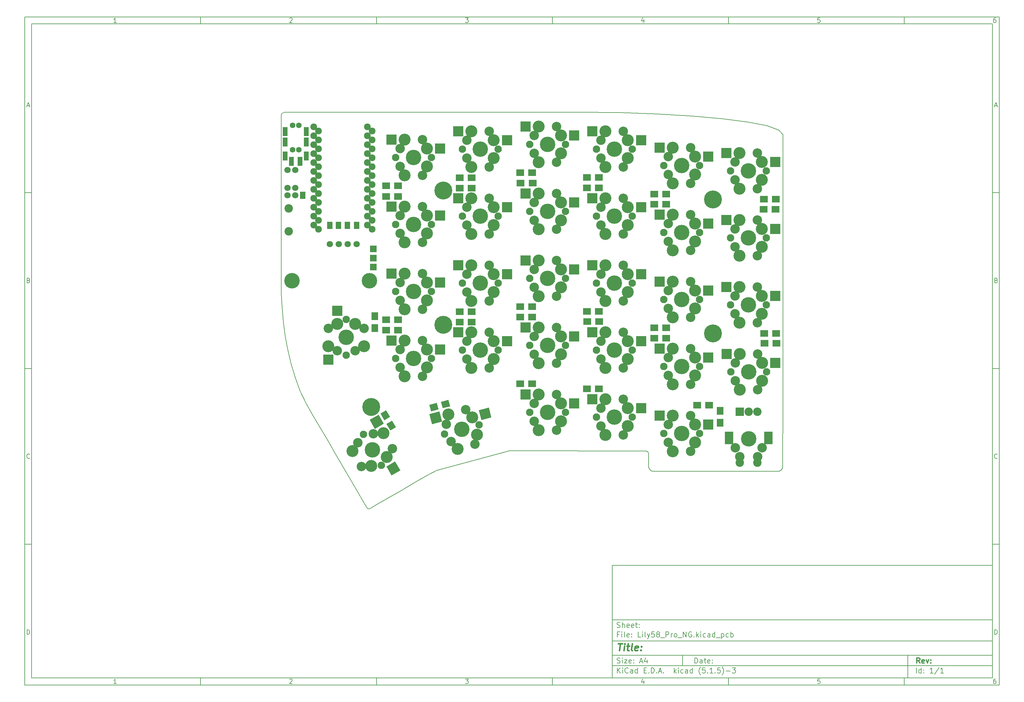
<source format=gts>
G04 #@! TF.GenerationSoftware,KiCad,Pcbnew,(5.1.5)-3*
G04 #@! TF.CreationDate,2020-05-17T20:16:22+04:00*
G04 #@! TF.ProjectId,Lily58_Pro_NG,4c696c79-3538-45f5-9072-6f5f4e472e6b,rev?*
G04 #@! TF.SameCoordinates,Original*
G04 #@! TF.FileFunction,Soldermask,Top*
G04 #@! TF.FilePolarity,Negative*
%FSLAX46Y46*%
G04 Gerber Fmt 4.6, Leading zero omitted, Abs format (unit mm)*
G04 Created by KiCad (PCBNEW (5.1.5)-3) date 2020-05-17 20:16:22*
%MOMM*%
%LPD*%
G04 APERTURE LIST*
%ADD10C,0.100000*%
%ADD11C,0.150000*%
%ADD12C,0.300000*%
%ADD13C,0.400000*%
%ADD14C,0.200000*%
%ADD15R,2.400000X2.400000*%
%ADD16C,2.400000*%
%ADD17R,2.400000X3.600000*%
%ADD18C,2.686000*%
%ADD19C,4.387800*%
%ADD20C,2.101800*%
%ADD21R,2.950000X2.900000*%
%ADD22C,3.400000*%
%ADD23R,2.900000X2.950000*%
%ADD24R,0.781000X0.781000*%
%ADD25R,1.543000X1.035000*%
%ADD26C,4.400000*%
%ADD27R,2.200000X1.900000*%
%ADD28R,1.900000X2.200000*%
%ADD29R,1.924000X1.924000*%
%ADD30C,1.600000*%
%ADD31R,1.400000X2.500000*%
%ADD32C,1.797000*%
%ADD33C,5.100400*%
%ADD34C,1.924000*%
G04 APERTURE END LIST*
D10*
D11*
X177002200Y-166007200D02*
X177002200Y-198007200D01*
X285002200Y-198007200D01*
X285002200Y-166007200D01*
X177002200Y-166007200D01*
D10*
D11*
X10000000Y-10000000D02*
X10000000Y-200007200D01*
X287002200Y-200007200D01*
X287002200Y-10000000D01*
X10000000Y-10000000D01*
D10*
D11*
X12000000Y-12000000D02*
X12000000Y-198007200D01*
X285002200Y-198007200D01*
X285002200Y-12000000D01*
X12000000Y-12000000D01*
D10*
D11*
X60000000Y-12000000D02*
X60000000Y-10000000D01*
D10*
D11*
X110000000Y-12000000D02*
X110000000Y-10000000D01*
D10*
D11*
X160000000Y-12000000D02*
X160000000Y-10000000D01*
D10*
D11*
X210000000Y-12000000D02*
X210000000Y-10000000D01*
D10*
D11*
X260000000Y-12000000D02*
X260000000Y-10000000D01*
D10*
D11*
X36065476Y-11588095D02*
X35322619Y-11588095D01*
X35694047Y-11588095D02*
X35694047Y-10288095D01*
X35570238Y-10473809D01*
X35446428Y-10597619D01*
X35322619Y-10659523D01*
D10*
D11*
X85322619Y-10411904D02*
X85384523Y-10350000D01*
X85508333Y-10288095D01*
X85817857Y-10288095D01*
X85941666Y-10350000D01*
X86003571Y-10411904D01*
X86065476Y-10535714D01*
X86065476Y-10659523D01*
X86003571Y-10845238D01*
X85260714Y-11588095D01*
X86065476Y-11588095D01*
D10*
D11*
X135260714Y-10288095D02*
X136065476Y-10288095D01*
X135632142Y-10783333D01*
X135817857Y-10783333D01*
X135941666Y-10845238D01*
X136003571Y-10907142D01*
X136065476Y-11030952D01*
X136065476Y-11340476D01*
X136003571Y-11464285D01*
X135941666Y-11526190D01*
X135817857Y-11588095D01*
X135446428Y-11588095D01*
X135322619Y-11526190D01*
X135260714Y-11464285D01*
D10*
D11*
X185941666Y-10721428D02*
X185941666Y-11588095D01*
X185632142Y-10226190D02*
X185322619Y-11154761D01*
X186127380Y-11154761D01*
D10*
D11*
X236003571Y-10288095D02*
X235384523Y-10288095D01*
X235322619Y-10907142D01*
X235384523Y-10845238D01*
X235508333Y-10783333D01*
X235817857Y-10783333D01*
X235941666Y-10845238D01*
X236003571Y-10907142D01*
X236065476Y-11030952D01*
X236065476Y-11340476D01*
X236003571Y-11464285D01*
X235941666Y-11526190D01*
X235817857Y-11588095D01*
X235508333Y-11588095D01*
X235384523Y-11526190D01*
X235322619Y-11464285D01*
D10*
D11*
X285941666Y-10288095D02*
X285694047Y-10288095D01*
X285570238Y-10350000D01*
X285508333Y-10411904D01*
X285384523Y-10597619D01*
X285322619Y-10845238D01*
X285322619Y-11340476D01*
X285384523Y-11464285D01*
X285446428Y-11526190D01*
X285570238Y-11588095D01*
X285817857Y-11588095D01*
X285941666Y-11526190D01*
X286003571Y-11464285D01*
X286065476Y-11340476D01*
X286065476Y-11030952D01*
X286003571Y-10907142D01*
X285941666Y-10845238D01*
X285817857Y-10783333D01*
X285570238Y-10783333D01*
X285446428Y-10845238D01*
X285384523Y-10907142D01*
X285322619Y-11030952D01*
D10*
D11*
X60000000Y-198007200D02*
X60000000Y-200007200D01*
D10*
D11*
X110000000Y-198007200D02*
X110000000Y-200007200D01*
D10*
D11*
X160000000Y-198007200D02*
X160000000Y-200007200D01*
D10*
D11*
X210000000Y-198007200D02*
X210000000Y-200007200D01*
D10*
D11*
X260000000Y-198007200D02*
X260000000Y-200007200D01*
D10*
D11*
X36065476Y-199595295D02*
X35322619Y-199595295D01*
X35694047Y-199595295D02*
X35694047Y-198295295D01*
X35570238Y-198481009D01*
X35446428Y-198604819D01*
X35322619Y-198666723D01*
D10*
D11*
X85322619Y-198419104D02*
X85384523Y-198357200D01*
X85508333Y-198295295D01*
X85817857Y-198295295D01*
X85941666Y-198357200D01*
X86003571Y-198419104D01*
X86065476Y-198542914D01*
X86065476Y-198666723D01*
X86003571Y-198852438D01*
X85260714Y-199595295D01*
X86065476Y-199595295D01*
D10*
D11*
X135260714Y-198295295D02*
X136065476Y-198295295D01*
X135632142Y-198790533D01*
X135817857Y-198790533D01*
X135941666Y-198852438D01*
X136003571Y-198914342D01*
X136065476Y-199038152D01*
X136065476Y-199347676D01*
X136003571Y-199471485D01*
X135941666Y-199533390D01*
X135817857Y-199595295D01*
X135446428Y-199595295D01*
X135322619Y-199533390D01*
X135260714Y-199471485D01*
D10*
D11*
X185941666Y-198728628D02*
X185941666Y-199595295D01*
X185632142Y-198233390D02*
X185322619Y-199161961D01*
X186127380Y-199161961D01*
D10*
D11*
X236003571Y-198295295D02*
X235384523Y-198295295D01*
X235322619Y-198914342D01*
X235384523Y-198852438D01*
X235508333Y-198790533D01*
X235817857Y-198790533D01*
X235941666Y-198852438D01*
X236003571Y-198914342D01*
X236065476Y-199038152D01*
X236065476Y-199347676D01*
X236003571Y-199471485D01*
X235941666Y-199533390D01*
X235817857Y-199595295D01*
X235508333Y-199595295D01*
X235384523Y-199533390D01*
X235322619Y-199471485D01*
D10*
D11*
X285941666Y-198295295D02*
X285694047Y-198295295D01*
X285570238Y-198357200D01*
X285508333Y-198419104D01*
X285384523Y-198604819D01*
X285322619Y-198852438D01*
X285322619Y-199347676D01*
X285384523Y-199471485D01*
X285446428Y-199533390D01*
X285570238Y-199595295D01*
X285817857Y-199595295D01*
X285941666Y-199533390D01*
X286003571Y-199471485D01*
X286065476Y-199347676D01*
X286065476Y-199038152D01*
X286003571Y-198914342D01*
X285941666Y-198852438D01*
X285817857Y-198790533D01*
X285570238Y-198790533D01*
X285446428Y-198852438D01*
X285384523Y-198914342D01*
X285322619Y-199038152D01*
D10*
D11*
X10000000Y-60000000D02*
X12000000Y-60000000D01*
D10*
D11*
X10000000Y-110000000D02*
X12000000Y-110000000D01*
D10*
D11*
X10000000Y-160000000D02*
X12000000Y-160000000D01*
D10*
D11*
X10690476Y-35216666D02*
X11309523Y-35216666D01*
X10566666Y-35588095D02*
X11000000Y-34288095D01*
X11433333Y-35588095D01*
D10*
D11*
X11092857Y-84907142D02*
X11278571Y-84969047D01*
X11340476Y-85030952D01*
X11402380Y-85154761D01*
X11402380Y-85340476D01*
X11340476Y-85464285D01*
X11278571Y-85526190D01*
X11154761Y-85588095D01*
X10659523Y-85588095D01*
X10659523Y-84288095D01*
X11092857Y-84288095D01*
X11216666Y-84350000D01*
X11278571Y-84411904D01*
X11340476Y-84535714D01*
X11340476Y-84659523D01*
X11278571Y-84783333D01*
X11216666Y-84845238D01*
X11092857Y-84907142D01*
X10659523Y-84907142D01*
D10*
D11*
X11402380Y-135464285D02*
X11340476Y-135526190D01*
X11154761Y-135588095D01*
X11030952Y-135588095D01*
X10845238Y-135526190D01*
X10721428Y-135402380D01*
X10659523Y-135278571D01*
X10597619Y-135030952D01*
X10597619Y-134845238D01*
X10659523Y-134597619D01*
X10721428Y-134473809D01*
X10845238Y-134350000D01*
X11030952Y-134288095D01*
X11154761Y-134288095D01*
X11340476Y-134350000D01*
X11402380Y-134411904D01*
D10*
D11*
X10659523Y-185588095D02*
X10659523Y-184288095D01*
X10969047Y-184288095D01*
X11154761Y-184350000D01*
X11278571Y-184473809D01*
X11340476Y-184597619D01*
X11402380Y-184845238D01*
X11402380Y-185030952D01*
X11340476Y-185278571D01*
X11278571Y-185402380D01*
X11154761Y-185526190D01*
X10969047Y-185588095D01*
X10659523Y-185588095D01*
D10*
D11*
X287002200Y-60000000D02*
X285002200Y-60000000D01*
D10*
D11*
X287002200Y-110000000D02*
X285002200Y-110000000D01*
D10*
D11*
X287002200Y-160000000D02*
X285002200Y-160000000D01*
D10*
D11*
X285692676Y-35216666D02*
X286311723Y-35216666D01*
X285568866Y-35588095D02*
X286002200Y-34288095D01*
X286435533Y-35588095D01*
D10*
D11*
X286095057Y-84907142D02*
X286280771Y-84969047D01*
X286342676Y-85030952D01*
X286404580Y-85154761D01*
X286404580Y-85340476D01*
X286342676Y-85464285D01*
X286280771Y-85526190D01*
X286156961Y-85588095D01*
X285661723Y-85588095D01*
X285661723Y-84288095D01*
X286095057Y-84288095D01*
X286218866Y-84350000D01*
X286280771Y-84411904D01*
X286342676Y-84535714D01*
X286342676Y-84659523D01*
X286280771Y-84783333D01*
X286218866Y-84845238D01*
X286095057Y-84907142D01*
X285661723Y-84907142D01*
D10*
D11*
X286404580Y-135464285D02*
X286342676Y-135526190D01*
X286156961Y-135588095D01*
X286033152Y-135588095D01*
X285847438Y-135526190D01*
X285723628Y-135402380D01*
X285661723Y-135278571D01*
X285599819Y-135030952D01*
X285599819Y-134845238D01*
X285661723Y-134597619D01*
X285723628Y-134473809D01*
X285847438Y-134350000D01*
X286033152Y-134288095D01*
X286156961Y-134288095D01*
X286342676Y-134350000D01*
X286404580Y-134411904D01*
D10*
D11*
X285661723Y-185588095D02*
X285661723Y-184288095D01*
X285971247Y-184288095D01*
X286156961Y-184350000D01*
X286280771Y-184473809D01*
X286342676Y-184597619D01*
X286404580Y-184845238D01*
X286404580Y-185030952D01*
X286342676Y-185278571D01*
X286280771Y-185402380D01*
X286156961Y-185526190D01*
X285971247Y-185588095D01*
X285661723Y-185588095D01*
D10*
D11*
X200434342Y-193785771D02*
X200434342Y-192285771D01*
X200791485Y-192285771D01*
X201005771Y-192357200D01*
X201148628Y-192500057D01*
X201220057Y-192642914D01*
X201291485Y-192928628D01*
X201291485Y-193142914D01*
X201220057Y-193428628D01*
X201148628Y-193571485D01*
X201005771Y-193714342D01*
X200791485Y-193785771D01*
X200434342Y-193785771D01*
X202577200Y-193785771D02*
X202577200Y-193000057D01*
X202505771Y-192857200D01*
X202362914Y-192785771D01*
X202077200Y-192785771D01*
X201934342Y-192857200D01*
X202577200Y-193714342D02*
X202434342Y-193785771D01*
X202077200Y-193785771D01*
X201934342Y-193714342D01*
X201862914Y-193571485D01*
X201862914Y-193428628D01*
X201934342Y-193285771D01*
X202077200Y-193214342D01*
X202434342Y-193214342D01*
X202577200Y-193142914D01*
X203077200Y-192785771D02*
X203648628Y-192785771D01*
X203291485Y-192285771D02*
X203291485Y-193571485D01*
X203362914Y-193714342D01*
X203505771Y-193785771D01*
X203648628Y-193785771D01*
X204720057Y-193714342D02*
X204577200Y-193785771D01*
X204291485Y-193785771D01*
X204148628Y-193714342D01*
X204077200Y-193571485D01*
X204077200Y-193000057D01*
X204148628Y-192857200D01*
X204291485Y-192785771D01*
X204577200Y-192785771D01*
X204720057Y-192857200D01*
X204791485Y-193000057D01*
X204791485Y-193142914D01*
X204077200Y-193285771D01*
X205434342Y-193642914D02*
X205505771Y-193714342D01*
X205434342Y-193785771D01*
X205362914Y-193714342D01*
X205434342Y-193642914D01*
X205434342Y-193785771D01*
X205434342Y-192857200D02*
X205505771Y-192928628D01*
X205434342Y-193000057D01*
X205362914Y-192928628D01*
X205434342Y-192857200D01*
X205434342Y-193000057D01*
D10*
D11*
X177002200Y-194507200D02*
X285002200Y-194507200D01*
D10*
D11*
X178434342Y-196585771D02*
X178434342Y-195085771D01*
X179291485Y-196585771D02*
X178648628Y-195728628D01*
X179291485Y-195085771D02*
X178434342Y-195942914D01*
X179934342Y-196585771D02*
X179934342Y-195585771D01*
X179934342Y-195085771D02*
X179862914Y-195157200D01*
X179934342Y-195228628D01*
X180005771Y-195157200D01*
X179934342Y-195085771D01*
X179934342Y-195228628D01*
X181505771Y-196442914D02*
X181434342Y-196514342D01*
X181220057Y-196585771D01*
X181077200Y-196585771D01*
X180862914Y-196514342D01*
X180720057Y-196371485D01*
X180648628Y-196228628D01*
X180577200Y-195942914D01*
X180577200Y-195728628D01*
X180648628Y-195442914D01*
X180720057Y-195300057D01*
X180862914Y-195157200D01*
X181077200Y-195085771D01*
X181220057Y-195085771D01*
X181434342Y-195157200D01*
X181505771Y-195228628D01*
X182791485Y-196585771D02*
X182791485Y-195800057D01*
X182720057Y-195657200D01*
X182577200Y-195585771D01*
X182291485Y-195585771D01*
X182148628Y-195657200D01*
X182791485Y-196514342D02*
X182648628Y-196585771D01*
X182291485Y-196585771D01*
X182148628Y-196514342D01*
X182077200Y-196371485D01*
X182077200Y-196228628D01*
X182148628Y-196085771D01*
X182291485Y-196014342D01*
X182648628Y-196014342D01*
X182791485Y-195942914D01*
X184148628Y-196585771D02*
X184148628Y-195085771D01*
X184148628Y-196514342D02*
X184005771Y-196585771D01*
X183720057Y-196585771D01*
X183577200Y-196514342D01*
X183505771Y-196442914D01*
X183434342Y-196300057D01*
X183434342Y-195871485D01*
X183505771Y-195728628D01*
X183577200Y-195657200D01*
X183720057Y-195585771D01*
X184005771Y-195585771D01*
X184148628Y-195657200D01*
X186005771Y-195800057D02*
X186505771Y-195800057D01*
X186720057Y-196585771D02*
X186005771Y-196585771D01*
X186005771Y-195085771D01*
X186720057Y-195085771D01*
X187362914Y-196442914D02*
X187434342Y-196514342D01*
X187362914Y-196585771D01*
X187291485Y-196514342D01*
X187362914Y-196442914D01*
X187362914Y-196585771D01*
X188077200Y-196585771D02*
X188077200Y-195085771D01*
X188434342Y-195085771D01*
X188648628Y-195157200D01*
X188791485Y-195300057D01*
X188862914Y-195442914D01*
X188934342Y-195728628D01*
X188934342Y-195942914D01*
X188862914Y-196228628D01*
X188791485Y-196371485D01*
X188648628Y-196514342D01*
X188434342Y-196585771D01*
X188077200Y-196585771D01*
X189577200Y-196442914D02*
X189648628Y-196514342D01*
X189577200Y-196585771D01*
X189505771Y-196514342D01*
X189577200Y-196442914D01*
X189577200Y-196585771D01*
X190220057Y-196157200D02*
X190934342Y-196157200D01*
X190077200Y-196585771D02*
X190577200Y-195085771D01*
X191077200Y-196585771D01*
X191577200Y-196442914D02*
X191648628Y-196514342D01*
X191577200Y-196585771D01*
X191505771Y-196514342D01*
X191577200Y-196442914D01*
X191577200Y-196585771D01*
X194577200Y-196585771D02*
X194577200Y-195085771D01*
X194720057Y-196014342D02*
X195148628Y-196585771D01*
X195148628Y-195585771D02*
X194577200Y-196157200D01*
X195791485Y-196585771D02*
X195791485Y-195585771D01*
X195791485Y-195085771D02*
X195720057Y-195157200D01*
X195791485Y-195228628D01*
X195862914Y-195157200D01*
X195791485Y-195085771D01*
X195791485Y-195228628D01*
X197148628Y-196514342D02*
X197005771Y-196585771D01*
X196720057Y-196585771D01*
X196577200Y-196514342D01*
X196505771Y-196442914D01*
X196434342Y-196300057D01*
X196434342Y-195871485D01*
X196505771Y-195728628D01*
X196577200Y-195657200D01*
X196720057Y-195585771D01*
X197005771Y-195585771D01*
X197148628Y-195657200D01*
X198434342Y-196585771D02*
X198434342Y-195800057D01*
X198362914Y-195657200D01*
X198220057Y-195585771D01*
X197934342Y-195585771D01*
X197791485Y-195657200D01*
X198434342Y-196514342D02*
X198291485Y-196585771D01*
X197934342Y-196585771D01*
X197791485Y-196514342D01*
X197720057Y-196371485D01*
X197720057Y-196228628D01*
X197791485Y-196085771D01*
X197934342Y-196014342D01*
X198291485Y-196014342D01*
X198434342Y-195942914D01*
X199791485Y-196585771D02*
X199791485Y-195085771D01*
X199791485Y-196514342D02*
X199648628Y-196585771D01*
X199362914Y-196585771D01*
X199220057Y-196514342D01*
X199148628Y-196442914D01*
X199077200Y-196300057D01*
X199077200Y-195871485D01*
X199148628Y-195728628D01*
X199220057Y-195657200D01*
X199362914Y-195585771D01*
X199648628Y-195585771D01*
X199791485Y-195657200D01*
X202077200Y-197157200D02*
X202005771Y-197085771D01*
X201862914Y-196871485D01*
X201791485Y-196728628D01*
X201720057Y-196514342D01*
X201648628Y-196157200D01*
X201648628Y-195871485D01*
X201720057Y-195514342D01*
X201791485Y-195300057D01*
X201862914Y-195157200D01*
X202005771Y-194942914D01*
X202077200Y-194871485D01*
X203362914Y-195085771D02*
X202648628Y-195085771D01*
X202577200Y-195800057D01*
X202648628Y-195728628D01*
X202791485Y-195657200D01*
X203148628Y-195657200D01*
X203291485Y-195728628D01*
X203362914Y-195800057D01*
X203434342Y-195942914D01*
X203434342Y-196300057D01*
X203362914Y-196442914D01*
X203291485Y-196514342D01*
X203148628Y-196585771D01*
X202791485Y-196585771D01*
X202648628Y-196514342D01*
X202577200Y-196442914D01*
X204077200Y-196442914D02*
X204148628Y-196514342D01*
X204077200Y-196585771D01*
X204005771Y-196514342D01*
X204077200Y-196442914D01*
X204077200Y-196585771D01*
X205577200Y-196585771D02*
X204720057Y-196585771D01*
X205148628Y-196585771D02*
X205148628Y-195085771D01*
X205005771Y-195300057D01*
X204862914Y-195442914D01*
X204720057Y-195514342D01*
X206220057Y-196442914D02*
X206291485Y-196514342D01*
X206220057Y-196585771D01*
X206148628Y-196514342D01*
X206220057Y-196442914D01*
X206220057Y-196585771D01*
X207648628Y-195085771D02*
X206934342Y-195085771D01*
X206862914Y-195800057D01*
X206934342Y-195728628D01*
X207077200Y-195657200D01*
X207434342Y-195657200D01*
X207577200Y-195728628D01*
X207648628Y-195800057D01*
X207720057Y-195942914D01*
X207720057Y-196300057D01*
X207648628Y-196442914D01*
X207577200Y-196514342D01*
X207434342Y-196585771D01*
X207077200Y-196585771D01*
X206934342Y-196514342D01*
X206862914Y-196442914D01*
X208220057Y-197157200D02*
X208291485Y-197085771D01*
X208434342Y-196871485D01*
X208505771Y-196728628D01*
X208577200Y-196514342D01*
X208648628Y-196157200D01*
X208648628Y-195871485D01*
X208577200Y-195514342D01*
X208505771Y-195300057D01*
X208434342Y-195157200D01*
X208291485Y-194942914D01*
X208220057Y-194871485D01*
X209362914Y-196014342D02*
X210505771Y-196014342D01*
X211077200Y-195085771D02*
X212005771Y-195085771D01*
X211505771Y-195657200D01*
X211720057Y-195657200D01*
X211862914Y-195728628D01*
X211934342Y-195800057D01*
X212005771Y-195942914D01*
X212005771Y-196300057D01*
X211934342Y-196442914D01*
X211862914Y-196514342D01*
X211720057Y-196585771D01*
X211291485Y-196585771D01*
X211148628Y-196514342D01*
X211077200Y-196442914D01*
D10*
D11*
X177002200Y-191507200D02*
X285002200Y-191507200D01*
D10*
D12*
X264411485Y-193785771D02*
X263911485Y-193071485D01*
X263554342Y-193785771D02*
X263554342Y-192285771D01*
X264125771Y-192285771D01*
X264268628Y-192357200D01*
X264340057Y-192428628D01*
X264411485Y-192571485D01*
X264411485Y-192785771D01*
X264340057Y-192928628D01*
X264268628Y-193000057D01*
X264125771Y-193071485D01*
X263554342Y-193071485D01*
X265625771Y-193714342D02*
X265482914Y-193785771D01*
X265197200Y-193785771D01*
X265054342Y-193714342D01*
X264982914Y-193571485D01*
X264982914Y-193000057D01*
X265054342Y-192857200D01*
X265197200Y-192785771D01*
X265482914Y-192785771D01*
X265625771Y-192857200D01*
X265697200Y-193000057D01*
X265697200Y-193142914D01*
X264982914Y-193285771D01*
X266197200Y-192785771D02*
X266554342Y-193785771D01*
X266911485Y-192785771D01*
X267482914Y-193642914D02*
X267554342Y-193714342D01*
X267482914Y-193785771D01*
X267411485Y-193714342D01*
X267482914Y-193642914D01*
X267482914Y-193785771D01*
X267482914Y-192857200D02*
X267554342Y-192928628D01*
X267482914Y-193000057D01*
X267411485Y-192928628D01*
X267482914Y-192857200D01*
X267482914Y-193000057D01*
D10*
D11*
X178362914Y-193714342D02*
X178577200Y-193785771D01*
X178934342Y-193785771D01*
X179077200Y-193714342D01*
X179148628Y-193642914D01*
X179220057Y-193500057D01*
X179220057Y-193357200D01*
X179148628Y-193214342D01*
X179077200Y-193142914D01*
X178934342Y-193071485D01*
X178648628Y-193000057D01*
X178505771Y-192928628D01*
X178434342Y-192857200D01*
X178362914Y-192714342D01*
X178362914Y-192571485D01*
X178434342Y-192428628D01*
X178505771Y-192357200D01*
X178648628Y-192285771D01*
X179005771Y-192285771D01*
X179220057Y-192357200D01*
X179862914Y-193785771D02*
X179862914Y-192785771D01*
X179862914Y-192285771D02*
X179791485Y-192357200D01*
X179862914Y-192428628D01*
X179934342Y-192357200D01*
X179862914Y-192285771D01*
X179862914Y-192428628D01*
X180434342Y-192785771D02*
X181220057Y-192785771D01*
X180434342Y-193785771D01*
X181220057Y-193785771D01*
X182362914Y-193714342D02*
X182220057Y-193785771D01*
X181934342Y-193785771D01*
X181791485Y-193714342D01*
X181720057Y-193571485D01*
X181720057Y-193000057D01*
X181791485Y-192857200D01*
X181934342Y-192785771D01*
X182220057Y-192785771D01*
X182362914Y-192857200D01*
X182434342Y-193000057D01*
X182434342Y-193142914D01*
X181720057Y-193285771D01*
X183077200Y-193642914D02*
X183148628Y-193714342D01*
X183077200Y-193785771D01*
X183005771Y-193714342D01*
X183077200Y-193642914D01*
X183077200Y-193785771D01*
X183077200Y-192857200D02*
X183148628Y-192928628D01*
X183077200Y-193000057D01*
X183005771Y-192928628D01*
X183077200Y-192857200D01*
X183077200Y-193000057D01*
X184862914Y-193357200D02*
X185577200Y-193357200D01*
X184720057Y-193785771D02*
X185220057Y-192285771D01*
X185720057Y-193785771D01*
X186862914Y-192785771D02*
X186862914Y-193785771D01*
X186505771Y-192214342D02*
X186148628Y-193285771D01*
X187077200Y-193285771D01*
D10*
D11*
X263434342Y-196585771D02*
X263434342Y-195085771D01*
X264791485Y-196585771D02*
X264791485Y-195085771D01*
X264791485Y-196514342D02*
X264648628Y-196585771D01*
X264362914Y-196585771D01*
X264220057Y-196514342D01*
X264148628Y-196442914D01*
X264077200Y-196300057D01*
X264077200Y-195871485D01*
X264148628Y-195728628D01*
X264220057Y-195657200D01*
X264362914Y-195585771D01*
X264648628Y-195585771D01*
X264791485Y-195657200D01*
X265505771Y-196442914D02*
X265577200Y-196514342D01*
X265505771Y-196585771D01*
X265434342Y-196514342D01*
X265505771Y-196442914D01*
X265505771Y-196585771D01*
X265505771Y-195657200D02*
X265577200Y-195728628D01*
X265505771Y-195800057D01*
X265434342Y-195728628D01*
X265505771Y-195657200D01*
X265505771Y-195800057D01*
X268148628Y-196585771D02*
X267291485Y-196585771D01*
X267720057Y-196585771D02*
X267720057Y-195085771D01*
X267577200Y-195300057D01*
X267434342Y-195442914D01*
X267291485Y-195514342D01*
X269862914Y-195014342D02*
X268577200Y-196942914D01*
X271148628Y-196585771D02*
X270291485Y-196585771D01*
X270720057Y-196585771D02*
X270720057Y-195085771D01*
X270577200Y-195300057D01*
X270434342Y-195442914D01*
X270291485Y-195514342D01*
D10*
D11*
X177002200Y-187507200D02*
X285002200Y-187507200D01*
D10*
D13*
X178714580Y-188211961D02*
X179857438Y-188211961D01*
X179036009Y-190211961D02*
X179286009Y-188211961D01*
X180274104Y-190211961D02*
X180440771Y-188878628D01*
X180524104Y-188211961D02*
X180416961Y-188307200D01*
X180500295Y-188402438D01*
X180607438Y-188307200D01*
X180524104Y-188211961D01*
X180500295Y-188402438D01*
X181107438Y-188878628D02*
X181869342Y-188878628D01*
X181476485Y-188211961D02*
X181262200Y-189926247D01*
X181333628Y-190116723D01*
X181512200Y-190211961D01*
X181702676Y-190211961D01*
X182655057Y-190211961D02*
X182476485Y-190116723D01*
X182405057Y-189926247D01*
X182619342Y-188211961D01*
X184190771Y-190116723D02*
X183988390Y-190211961D01*
X183607438Y-190211961D01*
X183428866Y-190116723D01*
X183357438Y-189926247D01*
X183452676Y-189164342D01*
X183571723Y-188973866D01*
X183774104Y-188878628D01*
X184155057Y-188878628D01*
X184333628Y-188973866D01*
X184405057Y-189164342D01*
X184381247Y-189354819D01*
X183405057Y-189545295D01*
X185155057Y-190021485D02*
X185238390Y-190116723D01*
X185131247Y-190211961D01*
X185047914Y-190116723D01*
X185155057Y-190021485D01*
X185131247Y-190211961D01*
X185286009Y-188973866D02*
X185369342Y-189069104D01*
X185262200Y-189164342D01*
X185178866Y-189069104D01*
X185286009Y-188973866D01*
X185262200Y-189164342D01*
D10*
D11*
X178934342Y-185600057D02*
X178434342Y-185600057D01*
X178434342Y-186385771D02*
X178434342Y-184885771D01*
X179148628Y-184885771D01*
X179720057Y-186385771D02*
X179720057Y-185385771D01*
X179720057Y-184885771D02*
X179648628Y-184957200D01*
X179720057Y-185028628D01*
X179791485Y-184957200D01*
X179720057Y-184885771D01*
X179720057Y-185028628D01*
X180648628Y-186385771D02*
X180505771Y-186314342D01*
X180434342Y-186171485D01*
X180434342Y-184885771D01*
X181791485Y-186314342D02*
X181648628Y-186385771D01*
X181362914Y-186385771D01*
X181220057Y-186314342D01*
X181148628Y-186171485D01*
X181148628Y-185600057D01*
X181220057Y-185457200D01*
X181362914Y-185385771D01*
X181648628Y-185385771D01*
X181791485Y-185457200D01*
X181862914Y-185600057D01*
X181862914Y-185742914D01*
X181148628Y-185885771D01*
X182505771Y-186242914D02*
X182577200Y-186314342D01*
X182505771Y-186385771D01*
X182434342Y-186314342D01*
X182505771Y-186242914D01*
X182505771Y-186385771D01*
X182505771Y-185457200D02*
X182577200Y-185528628D01*
X182505771Y-185600057D01*
X182434342Y-185528628D01*
X182505771Y-185457200D01*
X182505771Y-185600057D01*
X185077200Y-186385771D02*
X184362914Y-186385771D01*
X184362914Y-184885771D01*
X185577200Y-186385771D02*
X185577200Y-185385771D01*
X185577200Y-184885771D02*
X185505771Y-184957200D01*
X185577200Y-185028628D01*
X185648628Y-184957200D01*
X185577200Y-184885771D01*
X185577200Y-185028628D01*
X186505771Y-186385771D02*
X186362914Y-186314342D01*
X186291485Y-186171485D01*
X186291485Y-184885771D01*
X186934342Y-185385771D02*
X187291485Y-186385771D01*
X187648628Y-185385771D02*
X187291485Y-186385771D01*
X187148628Y-186742914D01*
X187077200Y-186814342D01*
X186934342Y-186885771D01*
X188934342Y-184885771D02*
X188220057Y-184885771D01*
X188148628Y-185600057D01*
X188220057Y-185528628D01*
X188362914Y-185457200D01*
X188720057Y-185457200D01*
X188862914Y-185528628D01*
X188934342Y-185600057D01*
X189005771Y-185742914D01*
X189005771Y-186100057D01*
X188934342Y-186242914D01*
X188862914Y-186314342D01*
X188720057Y-186385771D01*
X188362914Y-186385771D01*
X188220057Y-186314342D01*
X188148628Y-186242914D01*
X189862914Y-185528628D02*
X189720057Y-185457200D01*
X189648628Y-185385771D01*
X189577200Y-185242914D01*
X189577200Y-185171485D01*
X189648628Y-185028628D01*
X189720057Y-184957200D01*
X189862914Y-184885771D01*
X190148628Y-184885771D01*
X190291485Y-184957200D01*
X190362914Y-185028628D01*
X190434342Y-185171485D01*
X190434342Y-185242914D01*
X190362914Y-185385771D01*
X190291485Y-185457200D01*
X190148628Y-185528628D01*
X189862914Y-185528628D01*
X189720057Y-185600057D01*
X189648628Y-185671485D01*
X189577200Y-185814342D01*
X189577200Y-186100057D01*
X189648628Y-186242914D01*
X189720057Y-186314342D01*
X189862914Y-186385771D01*
X190148628Y-186385771D01*
X190291485Y-186314342D01*
X190362914Y-186242914D01*
X190434342Y-186100057D01*
X190434342Y-185814342D01*
X190362914Y-185671485D01*
X190291485Y-185600057D01*
X190148628Y-185528628D01*
X190720057Y-186528628D02*
X191862914Y-186528628D01*
X192220057Y-186385771D02*
X192220057Y-184885771D01*
X192791485Y-184885771D01*
X192934342Y-184957200D01*
X193005771Y-185028628D01*
X193077200Y-185171485D01*
X193077200Y-185385771D01*
X193005771Y-185528628D01*
X192934342Y-185600057D01*
X192791485Y-185671485D01*
X192220057Y-185671485D01*
X193720057Y-186385771D02*
X193720057Y-185385771D01*
X193720057Y-185671485D02*
X193791485Y-185528628D01*
X193862914Y-185457200D01*
X194005771Y-185385771D01*
X194148628Y-185385771D01*
X194862914Y-186385771D02*
X194720057Y-186314342D01*
X194648628Y-186242914D01*
X194577200Y-186100057D01*
X194577200Y-185671485D01*
X194648628Y-185528628D01*
X194720057Y-185457200D01*
X194862914Y-185385771D01*
X195077200Y-185385771D01*
X195220057Y-185457200D01*
X195291485Y-185528628D01*
X195362914Y-185671485D01*
X195362914Y-186100057D01*
X195291485Y-186242914D01*
X195220057Y-186314342D01*
X195077200Y-186385771D01*
X194862914Y-186385771D01*
X195648628Y-186528628D02*
X196791485Y-186528628D01*
X197148628Y-186385771D02*
X197148628Y-184885771D01*
X198005771Y-186385771D01*
X198005771Y-184885771D01*
X199505771Y-184957200D02*
X199362914Y-184885771D01*
X199148628Y-184885771D01*
X198934342Y-184957200D01*
X198791485Y-185100057D01*
X198720057Y-185242914D01*
X198648628Y-185528628D01*
X198648628Y-185742914D01*
X198720057Y-186028628D01*
X198791485Y-186171485D01*
X198934342Y-186314342D01*
X199148628Y-186385771D01*
X199291485Y-186385771D01*
X199505771Y-186314342D01*
X199577200Y-186242914D01*
X199577200Y-185742914D01*
X199291485Y-185742914D01*
X200220057Y-186242914D02*
X200291485Y-186314342D01*
X200220057Y-186385771D01*
X200148628Y-186314342D01*
X200220057Y-186242914D01*
X200220057Y-186385771D01*
X200934342Y-186385771D02*
X200934342Y-184885771D01*
X201077200Y-185814342D02*
X201505771Y-186385771D01*
X201505771Y-185385771D02*
X200934342Y-185957200D01*
X202148628Y-186385771D02*
X202148628Y-185385771D01*
X202148628Y-184885771D02*
X202077200Y-184957200D01*
X202148628Y-185028628D01*
X202220057Y-184957200D01*
X202148628Y-184885771D01*
X202148628Y-185028628D01*
X203505771Y-186314342D02*
X203362914Y-186385771D01*
X203077200Y-186385771D01*
X202934342Y-186314342D01*
X202862914Y-186242914D01*
X202791485Y-186100057D01*
X202791485Y-185671485D01*
X202862914Y-185528628D01*
X202934342Y-185457200D01*
X203077200Y-185385771D01*
X203362914Y-185385771D01*
X203505771Y-185457200D01*
X204791485Y-186385771D02*
X204791485Y-185600057D01*
X204720057Y-185457200D01*
X204577200Y-185385771D01*
X204291485Y-185385771D01*
X204148628Y-185457200D01*
X204791485Y-186314342D02*
X204648628Y-186385771D01*
X204291485Y-186385771D01*
X204148628Y-186314342D01*
X204077200Y-186171485D01*
X204077200Y-186028628D01*
X204148628Y-185885771D01*
X204291485Y-185814342D01*
X204648628Y-185814342D01*
X204791485Y-185742914D01*
X206148628Y-186385771D02*
X206148628Y-184885771D01*
X206148628Y-186314342D02*
X206005771Y-186385771D01*
X205720057Y-186385771D01*
X205577200Y-186314342D01*
X205505771Y-186242914D01*
X205434342Y-186100057D01*
X205434342Y-185671485D01*
X205505771Y-185528628D01*
X205577200Y-185457200D01*
X205720057Y-185385771D01*
X206005771Y-185385771D01*
X206148628Y-185457200D01*
X206505771Y-186528628D02*
X207648628Y-186528628D01*
X208005771Y-185385771D02*
X208005771Y-186885771D01*
X208005771Y-185457200D02*
X208148628Y-185385771D01*
X208434342Y-185385771D01*
X208577200Y-185457200D01*
X208648628Y-185528628D01*
X208720057Y-185671485D01*
X208720057Y-186100057D01*
X208648628Y-186242914D01*
X208577200Y-186314342D01*
X208434342Y-186385771D01*
X208148628Y-186385771D01*
X208005771Y-186314342D01*
X210005771Y-186314342D02*
X209862914Y-186385771D01*
X209577200Y-186385771D01*
X209434342Y-186314342D01*
X209362914Y-186242914D01*
X209291485Y-186100057D01*
X209291485Y-185671485D01*
X209362914Y-185528628D01*
X209434342Y-185457200D01*
X209577200Y-185385771D01*
X209862914Y-185385771D01*
X210005771Y-185457200D01*
X210648628Y-186385771D02*
X210648628Y-184885771D01*
X210648628Y-185457200D02*
X210791485Y-185385771D01*
X211077200Y-185385771D01*
X211220057Y-185457200D01*
X211291485Y-185528628D01*
X211362914Y-185671485D01*
X211362914Y-186100057D01*
X211291485Y-186242914D01*
X211220057Y-186314342D01*
X211077200Y-186385771D01*
X210791485Y-186385771D01*
X210648628Y-186314342D01*
D10*
D11*
X177002200Y-181507200D02*
X285002200Y-181507200D01*
D10*
D11*
X178362914Y-183614342D02*
X178577200Y-183685771D01*
X178934342Y-183685771D01*
X179077200Y-183614342D01*
X179148628Y-183542914D01*
X179220057Y-183400057D01*
X179220057Y-183257200D01*
X179148628Y-183114342D01*
X179077200Y-183042914D01*
X178934342Y-182971485D01*
X178648628Y-182900057D01*
X178505771Y-182828628D01*
X178434342Y-182757200D01*
X178362914Y-182614342D01*
X178362914Y-182471485D01*
X178434342Y-182328628D01*
X178505771Y-182257200D01*
X178648628Y-182185771D01*
X179005771Y-182185771D01*
X179220057Y-182257200D01*
X179862914Y-183685771D02*
X179862914Y-182185771D01*
X180505771Y-183685771D02*
X180505771Y-182900057D01*
X180434342Y-182757200D01*
X180291485Y-182685771D01*
X180077200Y-182685771D01*
X179934342Y-182757200D01*
X179862914Y-182828628D01*
X181791485Y-183614342D02*
X181648628Y-183685771D01*
X181362914Y-183685771D01*
X181220057Y-183614342D01*
X181148628Y-183471485D01*
X181148628Y-182900057D01*
X181220057Y-182757200D01*
X181362914Y-182685771D01*
X181648628Y-182685771D01*
X181791485Y-182757200D01*
X181862914Y-182900057D01*
X181862914Y-183042914D01*
X181148628Y-183185771D01*
X183077200Y-183614342D02*
X182934342Y-183685771D01*
X182648628Y-183685771D01*
X182505771Y-183614342D01*
X182434342Y-183471485D01*
X182434342Y-182900057D01*
X182505771Y-182757200D01*
X182648628Y-182685771D01*
X182934342Y-182685771D01*
X183077200Y-182757200D01*
X183148628Y-182900057D01*
X183148628Y-183042914D01*
X182434342Y-183185771D01*
X183577200Y-182685771D02*
X184148628Y-182685771D01*
X183791485Y-182185771D02*
X183791485Y-183471485D01*
X183862914Y-183614342D01*
X184005771Y-183685771D01*
X184148628Y-183685771D01*
X184648628Y-183542914D02*
X184720057Y-183614342D01*
X184648628Y-183685771D01*
X184577200Y-183614342D01*
X184648628Y-183542914D01*
X184648628Y-183685771D01*
X184648628Y-182757200D02*
X184720057Y-182828628D01*
X184648628Y-182900057D01*
X184577200Y-182828628D01*
X184648628Y-182757200D01*
X184648628Y-182900057D01*
D10*
D11*
X197002200Y-191507200D02*
X197002200Y-194507200D01*
D10*
D11*
X261002200Y-191507200D02*
X261002200Y-198007200D01*
D14*
X187714087Y-138785913D02*
X187530998Y-138563960D01*
X188472504Y-139194553D02*
X188190848Y-139107217D01*
X187530998Y-138563960D02*
X187392782Y-138309152D01*
X188190848Y-139107217D02*
X187936039Y-138969001D01*
X187392782Y-138309152D02*
X187305447Y-138027496D01*
X188750000Y-139200000D02*
X188472504Y-139194553D01*
X187936039Y-138969001D02*
X187714087Y-138785913D01*
X186658574Y-133452455D02*
G75*
G02X187300000Y-134150000I-58574J-697545D01*
G01*
X124667888Y-140255128D02*
X127100000Y-138950000D01*
X120963416Y-142391346D02*
X124667888Y-140255128D01*
X117258944Y-144527564D02*
X120963416Y-142391346D01*
X113554472Y-146663782D02*
X117258944Y-144527564D01*
X225459999Y-119289735D02*
X225450000Y-137750000D01*
X204850000Y-139200000D02*
X224277496Y-139194553D01*
X225357217Y-138309152D02*
X225219001Y-138563961D01*
X224559152Y-139107218D02*
X224277496Y-139194553D01*
X224813960Y-138969002D02*
X224559152Y-139107218D01*
X225035913Y-138785913D02*
X224813960Y-138969002D01*
X225444553Y-138027496D02*
X225357217Y-138309152D01*
X225219001Y-138563961D02*
X225035913Y-138785913D01*
X225450000Y-137750000D02*
X225444553Y-138027496D01*
X127100000Y-138950000D02*
X147900000Y-133400000D01*
X187300000Y-134150000D02*
X187305447Y-138027496D01*
X147900000Y-133400000D02*
X186658574Y-133452455D01*
X109882452Y-148801617D02*
X113554472Y-146663782D01*
X188750000Y-139200000D02*
X204850000Y-139200000D01*
X82937528Y-50750629D02*
X82937528Y-44443695D01*
X82937528Y-57057562D02*
X82937528Y-50750629D01*
X115211711Y-37086762D02*
X104803877Y-37086762D01*
X199807654Y-38170488D02*
X189919538Y-37585374D01*
X208420758Y-38945561D02*
X199807654Y-38170488D01*
X215525697Y-39885159D02*
X208420758Y-38945561D01*
X220889319Y-40963847D02*
X215525697Y-39885159D01*
X178989563Y-37215654D02*
X167250881Y-37086762D01*
X189919538Y-37585374D02*
X178989563Y-37215654D01*
X225460000Y-52918378D02*
X225460000Y-62400000D01*
X225460000Y-43436755D02*
X225460000Y-52918378D01*
X82937528Y-69671429D02*
X82937528Y-63364495D01*
X82937528Y-75978362D02*
X82937528Y-69671429D01*
X82937528Y-82285296D02*
X82937528Y-75978362D01*
X82937528Y-88592229D02*
X82937528Y-82285296D01*
X104803877Y-37086762D02*
X94396044Y-37086762D01*
X125619545Y-37086762D02*
X115211711Y-37086762D01*
X136027379Y-37086762D02*
X125619545Y-37086762D01*
X146435213Y-37086762D02*
X136027379Y-37086762D01*
X156843047Y-37086762D02*
X146435213Y-37086762D01*
X167250881Y-37086762D02*
X156843047Y-37086762D01*
X83400937Y-37265961D02*
X83579303Y-37169210D01*
X83245570Y-37394123D02*
X83400937Y-37265961D01*
X83117409Y-37549489D02*
X83245570Y-37394123D01*
X83020657Y-37727855D02*
X83117409Y-37549489D01*
X82959523Y-37925015D02*
X83020657Y-37727855D01*
X82938210Y-38136762D02*
X82959523Y-37925015D01*
X83776462Y-37108075D02*
X83988210Y-37086762D01*
X83579303Y-37169210D02*
X83776462Y-37108075D01*
X94396044Y-37086762D02*
X83988210Y-37086762D01*
X82937528Y-63364495D02*
X82937528Y-57057562D01*
X82937528Y-44443695D02*
X82937528Y-38136762D01*
X88291758Y-116318073D02*
X89993333Y-119989540D01*
X86863105Y-112530670D02*
X88291758Y-116318073D01*
X85688004Y-108649127D02*
X86863105Y-112530670D01*
X84747083Y-104695246D02*
X85688004Y-108649127D01*
X84020972Y-100690825D02*
X84747083Y-104695246D01*
X83490297Y-96657663D02*
X84020972Y-100690825D01*
X83135690Y-92617561D02*
X83490297Y-96657663D01*
X82937777Y-88592317D02*
X83135690Y-92617561D01*
X108038864Y-149857278D02*
X108206758Y-149771756D01*
X107880206Y-149904468D02*
X108038864Y-149857278D01*
X107731252Y-149913974D02*
X107880206Y-149904468D01*
X107592470Y-149886445D02*
X107731252Y-149913974D01*
X107464328Y-149822532D02*
X107592470Y-149886445D01*
X107347295Y-149722884D02*
X107464328Y-149822532D01*
X107241837Y-149588150D02*
X107347295Y-149722884D01*
X107148425Y-149418979D02*
X107241837Y-149588150D01*
X108206758Y-149771756D02*
X109882452Y-148801617D01*
X101722730Y-140052659D02*
X107148425Y-149418979D01*
X100047036Y-137186340D02*
X101722730Y-140052659D01*
X98371341Y-134320020D02*
X100047036Y-137186340D01*
X96695647Y-131453701D02*
X98371341Y-134320020D01*
X95019952Y-128587381D02*
X96695647Y-131453701D01*
X93344258Y-125721062D02*
X95019952Y-128587381D01*
X91668563Y-122854742D02*
X93344258Y-125721062D01*
X89992869Y-119988423D02*
X91668563Y-122854742D01*
X224278471Y-42156190D02*
X220889319Y-40963847D01*
X225460000Y-43436755D02*
X224278471Y-42156190D01*
X225460000Y-109808112D02*
X225460000Y-119289735D01*
X225460000Y-100326490D02*
X225460000Y-109808112D01*
X225460000Y-90844867D02*
X225460000Y-100326490D01*
X225460000Y-81363245D02*
X225460000Y-90844867D01*
X225460000Y-71881623D02*
X225460000Y-81363245D01*
X225460000Y-62400000D02*
X225460000Y-71881623D01*
D15*
X213250000Y-122250000D03*
D16*
X218250000Y-136750000D03*
X215750000Y-122250000D03*
X218250000Y-122250000D03*
D17*
X210150000Y-129750000D03*
X221350000Y-129750000D03*
D16*
X213250000Y-136750000D03*
D18*
X219560000Y-132490000D03*
X213210000Y-135030000D03*
X218290000Y-135030000D03*
D19*
X215750000Y-129950000D03*
D18*
X211940000Y-132490000D03*
D20*
X125580000Y-50000000D03*
X115420000Y-50000000D03*
D21*
X114210000Y-44920000D03*
X128060000Y-47460000D03*
D22*
X117960000Y-55080000D03*
X124310000Y-52540000D03*
D18*
X123040000Y-44920000D03*
X116690000Y-47460000D03*
D22*
X117960000Y-44920000D03*
X124310000Y-47460000D03*
D18*
X123040000Y-55080000D03*
D19*
X120500000Y-50000000D03*
D18*
X116690000Y-52540000D03*
D20*
X144580000Y-47600000D03*
X134420000Y-47600000D03*
D21*
X133210000Y-42520000D03*
X147060000Y-45060000D03*
D22*
X136960000Y-52680000D03*
X143310000Y-50140000D03*
D18*
X142040000Y-42520000D03*
X135690000Y-45060000D03*
D22*
X136960000Y-42520000D03*
X143310000Y-45060000D03*
D18*
X142040000Y-52680000D03*
D19*
X139500000Y-47600000D03*
D18*
X135690000Y-50140000D03*
D20*
X163680000Y-46250000D03*
X153520000Y-46250000D03*
D21*
X152310000Y-41170000D03*
X166160000Y-43710000D03*
D22*
X156060000Y-51330000D03*
X162410000Y-48790000D03*
D18*
X161140000Y-41170000D03*
X154790000Y-43710000D03*
D22*
X156060000Y-41170000D03*
X162410000Y-43710000D03*
D18*
X161140000Y-51330000D03*
D19*
X158600000Y-46250000D03*
D18*
X154790000Y-48790000D03*
D20*
X182680000Y-47600000D03*
X172520000Y-47600000D03*
D21*
X171310000Y-42520000D03*
X185160000Y-45060000D03*
D22*
X175060000Y-52680000D03*
X181410000Y-50140000D03*
D18*
X180140000Y-42520000D03*
X173790000Y-45060000D03*
D22*
X175060000Y-42520000D03*
X181410000Y-45060000D03*
D18*
X180140000Y-52680000D03*
D19*
X177600000Y-47600000D03*
D18*
X173790000Y-50140000D03*
D20*
X201780000Y-52300000D03*
X191620000Y-52300000D03*
D21*
X190410000Y-47220000D03*
X204260000Y-49760000D03*
D22*
X194160000Y-57380000D03*
X200510000Y-54840000D03*
D18*
X199240000Y-47220000D03*
X192890000Y-49760000D03*
D22*
X194160000Y-47220000D03*
X200510000Y-49760000D03*
D18*
X199240000Y-57380000D03*
D19*
X196700000Y-52300000D03*
D18*
X192890000Y-54840000D03*
D20*
X220780000Y-53750000D03*
X210620000Y-53750000D03*
D21*
X209410000Y-48670000D03*
X223260000Y-51210000D03*
D22*
X213160000Y-58830000D03*
X219510000Y-56290000D03*
D18*
X218240000Y-48670000D03*
X211890000Y-51210000D03*
D22*
X213160000Y-48670000D03*
X219510000Y-51210000D03*
D18*
X218240000Y-58830000D03*
D19*
X215700000Y-53750000D03*
D18*
X211890000Y-56290000D03*
D20*
X125580000Y-69050000D03*
X115420000Y-69050000D03*
D21*
X114210000Y-63970000D03*
X128060000Y-66510000D03*
D22*
X117960000Y-74130000D03*
X124310000Y-71590000D03*
D18*
X123040000Y-63970000D03*
X116690000Y-66510000D03*
D22*
X117960000Y-63970000D03*
X124310000Y-66510000D03*
D18*
X123040000Y-74130000D03*
D19*
X120500000Y-69050000D03*
D18*
X116690000Y-71590000D03*
D20*
X144580000Y-66650000D03*
X134420000Y-66650000D03*
D21*
X133210000Y-61570000D03*
X147060000Y-64110000D03*
D22*
X136960000Y-71730000D03*
X143310000Y-69190000D03*
D18*
X142040000Y-61570000D03*
X135690000Y-64110000D03*
D22*
X136960000Y-61570000D03*
X143310000Y-64110000D03*
D18*
X142040000Y-71730000D03*
D19*
X139500000Y-66650000D03*
D18*
X135690000Y-69190000D03*
D20*
X163680000Y-65300000D03*
X153520000Y-65300000D03*
D21*
X152310000Y-60220000D03*
X166160000Y-62760000D03*
D22*
X156060000Y-70380000D03*
X162410000Y-67840000D03*
D18*
X161140000Y-60220000D03*
X154790000Y-62760000D03*
D22*
X156060000Y-60220000D03*
X162410000Y-62760000D03*
D18*
X161140000Y-70380000D03*
D19*
X158600000Y-65300000D03*
D18*
X154790000Y-67840000D03*
D20*
X182680000Y-66650000D03*
X172520000Y-66650000D03*
D21*
X171310000Y-61570000D03*
X185160000Y-64110000D03*
D22*
X175060000Y-71730000D03*
X181410000Y-69190000D03*
D18*
X180140000Y-61570000D03*
X173790000Y-64110000D03*
D22*
X175060000Y-61570000D03*
X181410000Y-64110000D03*
D18*
X180140000Y-71730000D03*
D19*
X177600000Y-66650000D03*
D18*
X173790000Y-69190000D03*
D20*
X201780000Y-71350000D03*
X191620000Y-71350000D03*
D21*
X190410000Y-66270000D03*
X204260000Y-68810000D03*
D22*
X194160000Y-76430000D03*
X200510000Y-73890000D03*
D18*
X199240000Y-66270000D03*
X192890000Y-68810000D03*
D22*
X194160000Y-66270000D03*
X200510000Y-68810000D03*
D18*
X199240000Y-76430000D03*
D19*
X196700000Y-71350000D03*
D18*
X192890000Y-73890000D03*
D20*
X220780000Y-72800000D03*
X210620000Y-72800000D03*
D21*
X209410000Y-67720000D03*
X223260000Y-70260000D03*
D22*
X213160000Y-77880000D03*
X219510000Y-75340000D03*
D18*
X218240000Y-67720000D03*
X211890000Y-70260000D03*
D22*
X213160000Y-67720000D03*
X219510000Y-70260000D03*
D18*
X218240000Y-77880000D03*
D19*
X215700000Y-72800000D03*
D18*
X211890000Y-75340000D03*
D20*
X125580000Y-88100000D03*
X115420000Y-88100000D03*
D21*
X114210000Y-83020000D03*
X128060000Y-85560000D03*
D22*
X117960000Y-93180000D03*
X124310000Y-90640000D03*
D18*
X123040000Y-83020000D03*
X116690000Y-85560000D03*
D22*
X117960000Y-83020000D03*
X124310000Y-85560000D03*
D18*
X123040000Y-93180000D03*
D19*
X120500000Y-88100000D03*
D18*
X116690000Y-90640000D03*
D20*
X144580000Y-85700000D03*
X134420000Y-85700000D03*
D21*
X133210000Y-80620000D03*
X147060000Y-83160000D03*
D22*
X136960000Y-90780000D03*
X143310000Y-88240000D03*
D18*
X142040000Y-80620000D03*
X135690000Y-83160000D03*
D22*
X136960000Y-80620000D03*
X143310000Y-83160000D03*
D18*
X142040000Y-90780000D03*
D19*
X139500000Y-85700000D03*
D18*
X135690000Y-88240000D03*
D20*
X163680000Y-84350000D03*
X153520000Y-84350000D03*
D21*
X152310000Y-79270000D03*
X166160000Y-81810000D03*
D22*
X156060000Y-89430000D03*
X162410000Y-86890000D03*
D18*
X161140000Y-79270000D03*
X154790000Y-81810000D03*
D22*
X156060000Y-79270000D03*
X162410000Y-81810000D03*
D18*
X161140000Y-89430000D03*
D19*
X158600000Y-84350000D03*
D18*
X154790000Y-86890000D03*
D20*
X182680000Y-85700000D03*
X172520000Y-85700000D03*
D21*
X171310000Y-80620000D03*
X185160000Y-83160000D03*
D22*
X175060000Y-90780000D03*
X181410000Y-88240000D03*
D18*
X180140000Y-80620000D03*
X173790000Y-83160000D03*
D22*
X175060000Y-80620000D03*
X181410000Y-83160000D03*
D18*
X180140000Y-90780000D03*
D19*
X177600000Y-85700000D03*
D18*
X173790000Y-88240000D03*
D20*
X201780000Y-90400000D03*
X191620000Y-90400000D03*
D21*
X190410000Y-85320000D03*
X204260000Y-87860000D03*
D22*
X194160000Y-95480000D03*
X200510000Y-92940000D03*
D18*
X199240000Y-85320000D03*
X192890000Y-87860000D03*
D22*
X194160000Y-85320000D03*
X200510000Y-87860000D03*
D18*
X199240000Y-95480000D03*
D19*
X196700000Y-90400000D03*
D18*
X192890000Y-92940000D03*
D20*
X220780000Y-91850000D03*
X210620000Y-91850000D03*
D21*
X209410000Y-86770000D03*
X223260000Y-89310000D03*
D22*
X213160000Y-96930000D03*
X219510000Y-94390000D03*
D18*
X218240000Y-86770000D03*
X211890000Y-89310000D03*
D22*
X213160000Y-86770000D03*
X219510000Y-89310000D03*
D18*
X218240000Y-96930000D03*
D19*
X215700000Y-91850000D03*
D18*
X211890000Y-94390000D03*
D20*
X125580000Y-107150000D03*
X115420000Y-107150000D03*
D21*
X114210000Y-102070000D03*
X128060000Y-104610000D03*
D22*
X117960000Y-112230000D03*
X124310000Y-109690000D03*
D18*
X123040000Y-102070000D03*
X116690000Y-104610000D03*
D22*
X117960000Y-102070000D03*
X124310000Y-104610000D03*
D18*
X123040000Y-112230000D03*
D19*
X120500000Y-107150000D03*
D18*
X116690000Y-109690000D03*
D20*
X144580000Y-104750000D03*
X134420000Y-104750000D03*
D21*
X133210000Y-99670000D03*
X147060000Y-102210000D03*
D22*
X136960000Y-109830000D03*
X143310000Y-107290000D03*
D18*
X142040000Y-99670000D03*
X135690000Y-102210000D03*
D22*
X136960000Y-99670000D03*
X143310000Y-102210000D03*
D18*
X142040000Y-109830000D03*
D19*
X139500000Y-104750000D03*
D18*
X135690000Y-107290000D03*
D20*
X163680000Y-103400000D03*
X153520000Y-103400000D03*
D21*
X152310000Y-98320000D03*
X166160000Y-100860000D03*
D22*
X156060000Y-108480000D03*
X162410000Y-105940000D03*
D18*
X161140000Y-98320000D03*
X154790000Y-100860000D03*
D22*
X156060000Y-98320000D03*
X162410000Y-100860000D03*
D18*
X161140000Y-108480000D03*
D19*
X158600000Y-103400000D03*
D18*
X154790000Y-105940000D03*
D20*
X182680000Y-104750000D03*
X172520000Y-104750000D03*
D21*
X171310000Y-99670000D03*
X185160000Y-102210000D03*
D22*
X175060000Y-109830000D03*
X181410000Y-107290000D03*
D18*
X180140000Y-99670000D03*
X173790000Y-102210000D03*
D22*
X175060000Y-99670000D03*
X181410000Y-102210000D03*
D18*
X180140000Y-109830000D03*
D19*
X177600000Y-104750000D03*
D18*
X173790000Y-107290000D03*
D20*
X201780000Y-109450000D03*
X191620000Y-109450000D03*
D21*
X190410000Y-104370000D03*
X204260000Y-106910000D03*
D22*
X194160000Y-114530000D03*
X200510000Y-111990000D03*
D18*
X199240000Y-104370000D03*
X192890000Y-106910000D03*
D22*
X194160000Y-104370000D03*
X200510000Y-106910000D03*
D18*
X199240000Y-114530000D03*
D19*
X196700000Y-109450000D03*
D18*
X192890000Y-111990000D03*
D20*
X220830000Y-110900000D03*
X210670000Y-110900000D03*
D21*
X209460000Y-105820000D03*
X223310000Y-108360000D03*
D22*
X213210000Y-115980000D03*
X219560000Y-113440000D03*
D18*
X218290000Y-105820000D03*
X211940000Y-108360000D03*
D22*
X213210000Y-105820000D03*
X219560000Y-108360000D03*
D18*
X218290000Y-115980000D03*
D19*
X215750000Y-110900000D03*
D18*
X211940000Y-113440000D03*
D20*
X101400000Y-96070000D03*
X101400000Y-106230000D03*
D23*
X96320000Y-107440000D03*
X98860000Y-93590000D03*
D22*
X106480000Y-103690000D03*
X103940000Y-97340000D03*
D18*
X96320000Y-98610000D03*
X98860000Y-104960000D03*
D22*
X96320000Y-103690000D03*
X98860000Y-97340000D03*
D18*
X106480000Y-98610000D03*
D19*
X101400000Y-101150000D03*
D18*
X103940000Y-104960000D03*
D20*
X111340000Y-137549409D03*
X106260000Y-128750591D03*
D10*
G36*
X108061172Y-124610313D02*
G01*
X110572646Y-123160313D01*
X112047646Y-125715087D01*
X109536172Y-127165087D01*
X108061172Y-124610313D01*
G37*
G36*
X112786468Y-137874765D02*
G01*
X115297942Y-136424765D01*
X116772942Y-138979539D01*
X114261468Y-140429539D01*
X112786468Y-137874765D01*
G37*
D22*
X103130591Y-133490295D03*
X108505295Y-137719557D03*
D18*
X114469409Y-132809705D03*
X109094705Y-128580443D03*
D22*
X111929409Y-128410295D03*
X112904705Y-135179557D03*
D18*
X105670591Y-137889705D03*
D19*
X108800000Y-133150000D03*
D18*
X104695295Y-131120443D03*
D20*
X139106903Y-125985199D03*
X129293097Y-128614801D03*
D10*
G36*
X125760073Y-125803420D02*
G01*
X125009498Y-123002235D01*
X127858979Y-122238718D01*
X128609554Y-125039903D01*
X125760073Y-125803420D01*
G37*
G36*
X139795546Y-124672227D02*
G01*
X139044971Y-121871042D01*
X141894452Y-121107525D01*
X142645027Y-123908710D01*
X139795546Y-124672227D01*
G37*
D22*
X133061349Y-132864304D03*
X138537578Y-128767351D03*
D18*
X135338651Y-121735696D03*
X129862422Y-125832649D03*
D22*
X130431748Y-123050497D03*
X137222777Y-123860448D03*
D18*
X137968252Y-131549503D03*
D19*
X134200000Y-127300000D03*
D18*
X131177223Y-130739552D03*
D20*
X163680000Y-122450000D03*
X153520000Y-122450000D03*
D21*
X152310000Y-117370000D03*
X166160000Y-119910000D03*
D22*
X156060000Y-127530000D03*
X162410000Y-124990000D03*
D18*
X161140000Y-117370000D03*
X154790000Y-119910000D03*
D22*
X156060000Y-117370000D03*
X162410000Y-119910000D03*
D18*
X161140000Y-127530000D03*
D19*
X158600000Y-122450000D03*
D18*
X154790000Y-124990000D03*
D20*
X182680000Y-123800000D03*
X172520000Y-123800000D03*
D21*
X171310000Y-118720000D03*
X185160000Y-121260000D03*
D22*
X175060000Y-128880000D03*
X181410000Y-126340000D03*
D18*
X180140000Y-118720000D03*
X173790000Y-121260000D03*
D22*
X175060000Y-118720000D03*
X181410000Y-121260000D03*
D18*
X180140000Y-128880000D03*
D19*
X177600000Y-123800000D03*
D18*
X173790000Y-126340000D03*
D20*
X201780000Y-128500000D03*
X191620000Y-128500000D03*
D21*
X190410000Y-123420000D03*
X204260000Y-125960000D03*
D22*
X194160000Y-133580000D03*
X200510000Y-131040000D03*
D18*
X199240000Y-123420000D03*
X192890000Y-125960000D03*
D22*
X194160000Y-123420000D03*
X200510000Y-125960000D03*
D18*
X199240000Y-133580000D03*
D19*
X196700000Y-128500000D03*
D18*
X192890000Y-131040000D03*
D10*
G36*
X112777276Y-125744615D02*
G01*
X114422724Y-124794615D01*
X115522724Y-126699871D01*
X113877276Y-127649871D01*
X112777276Y-125744615D01*
G37*
G36*
X111077276Y-122800129D02*
G01*
X112722724Y-121850129D01*
X113822724Y-123755385D01*
X112177276Y-124705385D01*
X111077276Y-122800129D01*
G37*
D16*
X85000000Y-70950000D03*
X85000000Y-64450000D03*
D24*
X89000000Y-60700000D03*
D25*
X89000000Y-60199620D03*
X89000000Y-61200380D03*
D26*
X86000000Y-85000000D03*
X108000000Y-85000000D03*
D27*
X112700000Y-58000000D03*
X116100000Y-58000000D03*
X137000000Y-55700000D03*
X133600000Y-55700000D03*
X154200000Y-54300000D03*
X150800000Y-54300000D03*
X169800000Y-55650000D03*
X173200000Y-55650000D03*
X192300000Y-60400000D03*
X188900000Y-60400000D03*
X220100000Y-61825000D03*
X223500000Y-61825000D03*
X116100000Y-61100000D03*
X112700000Y-61100000D03*
X137000000Y-58700000D03*
X133600000Y-58700000D03*
X154350000Y-57250000D03*
X150950000Y-57250000D03*
X169800000Y-58600000D03*
X173200000Y-58600000D03*
X192300000Y-63250000D03*
X188900000Y-63250000D03*
X220000000Y-64725000D03*
X223400000Y-64725000D03*
X112700000Y-96100000D03*
X116100000Y-96100000D03*
X137000000Y-93800000D03*
X133600000Y-93800000D03*
X150800000Y-92400000D03*
X154200000Y-92400000D03*
X173200000Y-93750000D03*
X169800000Y-93750000D03*
X188900000Y-98400000D03*
X192300000Y-98400000D03*
X223525000Y-100000000D03*
X220125000Y-100000000D03*
X116100000Y-99100000D03*
X112700000Y-99100000D03*
X133600000Y-96800000D03*
X137000000Y-96800000D03*
X154200000Y-95350000D03*
X150800000Y-95350000D03*
X169850000Y-96650000D03*
X173250000Y-96650000D03*
X192300000Y-101400000D03*
X188900000Y-101400000D03*
X220225000Y-102825000D03*
X223625000Y-102825000D03*
D28*
X109500000Y-95100000D03*
X109500000Y-98500000D03*
D10*
G36*
X125491286Y-122192322D02*
G01*
X124999529Y-120357063D01*
X127124566Y-119787662D01*
X127616323Y-121622921D01*
X125491286Y-122192322D01*
G37*
G36*
X128775434Y-121312338D02*
G01*
X128283677Y-119477079D01*
X130408714Y-118907678D01*
X130900471Y-120742937D01*
X128775434Y-121312338D01*
G37*
D27*
X150800000Y-114350000D03*
X154200000Y-114350000D03*
X173200000Y-115750000D03*
X169800000Y-115750000D03*
X201100000Y-120400000D03*
X204500000Y-120400000D03*
D29*
X109100000Y-76000000D03*
X109100000Y-78600000D03*
X109100000Y-81100000D03*
D30*
X86150000Y-47800000D03*
X86150000Y-40800000D03*
D31*
X84050000Y-49600000D03*
X88250000Y-51100000D03*
X84050000Y-42600000D03*
X84050000Y-45600000D03*
D30*
X87900000Y-40800000D03*
X87900000Y-47800000D03*
D31*
X90000000Y-42600000D03*
X90000000Y-45600000D03*
X90000000Y-49600000D03*
X85800000Y-51100000D03*
D32*
X96700000Y-74600000D03*
X99240000Y-74600000D03*
X101780000Y-74600000D03*
X104320000Y-74600000D03*
D25*
X104300000Y-69800380D03*
X104300000Y-68799620D03*
X101700000Y-68799620D03*
X101700000Y-69800380D03*
X99200000Y-69800380D03*
X99200000Y-68799620D03*
X96700000Y-68799620D03*
X96700000Y-69800380D03*
D32*
X84700000Y-60700000D03*
X86900000Y-60700000D03*
X84688035Y-58579272D03*
X84688035Y-53499272D03*
X86938035Y-53499272D03*
X86938035Y-58579272D03*
D33*
X129000000Y-59400000D03*
X205600000Y-61900000D03*
X129000000Y-97600000D03*
X205600000Y-100000000D03*
X108500000Y-120900000D03*
D34*
X107420000Y-41230000D03*
X107420000Y-43770000D03*
X107420000Y-46310000D03*
X107420000Y-48850000D03*
X107420000Y-51390000D03*
X107420000Y-53930000D03*
X107420000Y-56470000D03*
X107420000Y-59010000D03*
X107420000Y-61550000D03*
X107420000Y-64090000D03*
X107420000Y-66630000D03*
X107420000Y-69170000D03*
X92180000Y-69170000D03*
X92180000Y-66630000D03*
X92180000Y-64090000D03*
X92180000Y-61550000D03*
X92180000Y-59010000D03*
X92180000Y-56470000D03*
X92180000Y-53930000D03*
X92180000Y-51390000D03*
X92180000Y-48850000D03*
X92180000Y-46310000D03*
X92180000Y-43770000D03*
X92180000Y-41230000D03*
X108718815Y-52585745D03*
X108718815Y-57665745D03*
X93478815Y-42425745D03*
X108718815Y-44965745D03*
X108718815Y-67825745D03*
X93478815Y-70365745D03*
X108718815Y-60205745D03*
X108718815Y-62745745D03*
X93478815Y-60205745D03*
X93478815Y-65285745D03*
X93478815Y-52585745D03*
X93478815Y-50045745D03*
X93478815Y-44965745D03*
X93478815Y-55125745D03*
X108718815Y-70365745D03*
X93478815Y-62745745D03*
X108718815Y-42425745D03*
X108718815Y-47505745D03*
X93478815Y-67825745D03*
X108718815Y-50045745D03*
X108718815Y-55125745D03*
X93478815Y-57665745D03*
X108718815Y-65285745D03*
X93478815Y-47505745D03*
D28*
X207650000Y-122050000D03*
X207650000Y-125450000D03*
M02*

</source>
